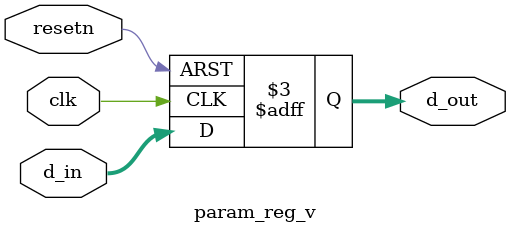
<source format=v>
/*
*  File            :   param_reg_v.v
*  Autor           :   Vlasov D.V.
*  Data            :   2019.04.17
*  Language        :   Verilog
*  Description     :   This is register with parameters
*  Copyright(c)    :   2018 - 2019 Vlasov D.V.
*/

module param_reg_v
#(
    parameter                   W = 8
)(
    // clock and reset
    input   wire    [0   : 0]   clk,    // clock
    input   wire    [0   : 0]   resetn, // reset
    // data
    input   wire    [W-1 : 0]   d_in,   // data input
    output  reg     [W-1 : 0]   d_out   // data output
);

    always @(posedge clk, negedge resetn)
        if( !resetn )
            d_out <= {W { 1'b0 } };
        else    
            d_out <= d_in;

endmodule // param_reg_v

</source>
